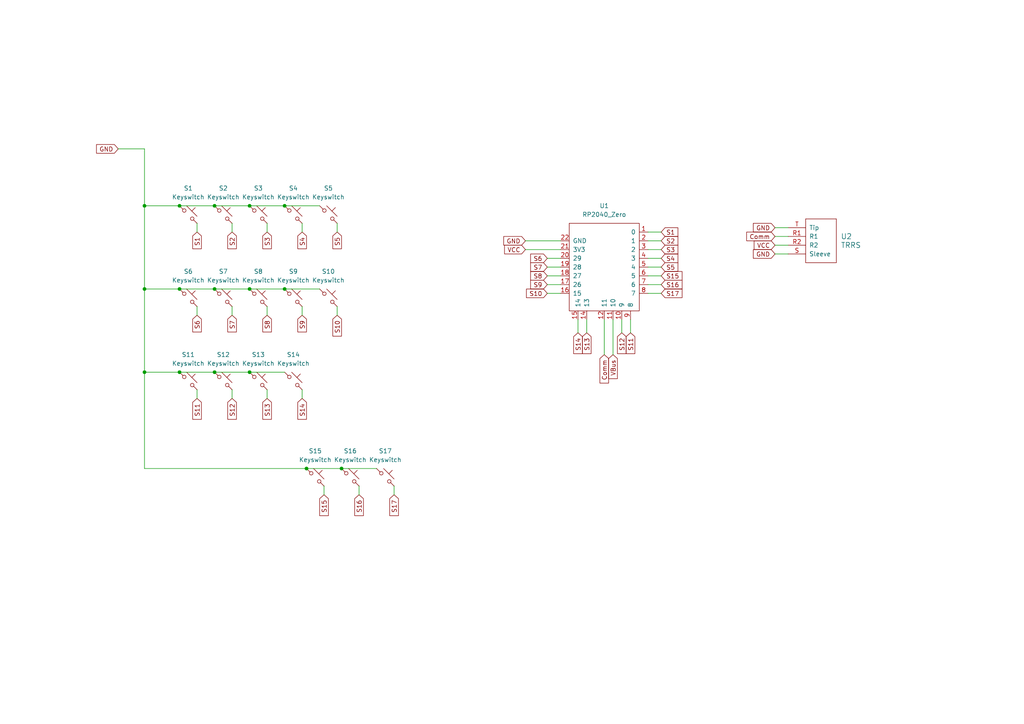
<source format=kicad_sch>
(kicad_sch (version 20231120) (generator "eeschema") (generator_version "8.0")
  (paper "A4")
  (lib_symbols
    (symbol "ScottoKeebs:MCU_RP2040_Zero" (pin_names (offset 1.016))
      (property "Reference" "U" (at 0 15.24 0))
      (property "Value" "RP2040_Zero" (at 0 12.7 0))
      (symbol "MCU_RP2040_Zero_0_1"
        (rectangle (start -10.16 11.43) (end 10.16 -13.97))
      )
      (symbol "MCU_RP2040_Zero_1_1"
        (pin bidirectional line (at 12.7 8.89 180) (length 2.54) (name "0") (number "1"))
        (pin bidirectional line (at 5.08 -16.51 90) (length 2.54) (name "9") (number "10"))
        (pin bidirectional line (at 2.54 -16.51 90) (length 2.54) (name "10") (number "11"))
        (pin bidirectional line (at 0 -16.51 90) (length 2.54) (name "11") (number "12"))
        (pin bidirectional line (at -5.08 -16.51 90) (length 2.54) (name "13") (number "14"))
        (pin bidirectional line (at -7.62 -16.51 90) (length 2.54) (name "14") (number "15"))
        (pin bidirectional line (at -12.7 -8.89 0) (length 2.54) (name "15") (number "16"))
        (pin bidirectional line (at -12.7 -6.35 0) (length 2.54) (name "26") (number "17"))
        (pin bidirectional line (at -12.7 -3.81 0) (length 2.54) (name "27") (number "18"))
        (pin bidirectional line (at -12.7 -1.27 0) (length 2.54) (name "28") (number "19"))
        (pin bidirectional line (at 12.7 6.35 180) (length 2.54) (name "1") (number "2"))
        (pin bidirectional line (at -12.7 1.27 0) (length 2.54) (name "29") (number "20"))
        (pin power_out line (at -12.7 3.81 0) (length 2.54) (name "3V3") (number "21"))
        (pin power_out line (at -12.7 6.35 0) (length 2.54) (name "GND") (number "22"))
        (pin bidirectional line (at 12.7 3.81 180) (length 2.54) (name "2") (number "3"))
        (pin bidirectional line (at 12.7 1.27 180) (length 2.54) (name "3") (number "4"))
        (pin bidirectional line (at 12.7 -1.27 180) (length 2.54) (name "4") (number "5"))
        (pin bidirectional line (at 12.7 -3.81 180) (length 2.54) (name "5") (number "6"))
        (pin bidirectional line (at 12.7 -6.35 180) (length 2.54) (name "6") (number "7"))
        (pin bidirectional line (at 12.7 -8.89 180) (length 2.54) (name "7") (number "8"))
        (pin bidirectional line (at 7.62 -16.51 90) (length 2.54) (name "8") (number "9"))
      )
    )
    (symbol "ScottoKeebs:Placeholder_Keyswitch" (pin_numbers hide) (pin_names (offset 1.016) hide)
      (property "Reference" "S" (at 3.048 1.016 0))
      (property "Value" "Keyswitch" (at 0 -3.81 0))
      (symbol "Placeholder_Keyswitch_0_1"
        (circle (center -1.1684 1.1684) (radius 0.508))
        (polyline (pts (xy -0.508 2.54) (xy 2.54 -0.508)))
        (polyline (pts (xy 1.016 1.016) (xy 2.032 2.032)))
        (polyline (pts (xy -2.54 2.54) (xy -1.524 1.524) (xy -1.524 1.524)))
        (polyline (pts (xy 1.524 -1.524) (xy 2.54 -2.54) (xy 2.54 -2.54) (xy 2.54 -2.54)))
        (circle (center 1.143 -1.1938) (radius 0.508))
        (pin passive line (at -2.54 2.54 0) (length 0) (name "1") (number "1"))
        (pin passive line (at 2.54 -2.54 180) (length 0) (name "2") (number "2"))
      )
    )
    (symbol "ScottoKeebs:Placeholder_TRRS" (pin_names (offset 1.016))
      (property "Reference" "U" (at 0 15.24 0))
      (property "Value" "TRRS" (at 0 -2.54 0))
      (symbol "Placeholder_TRRS_0_1"
        (rectangle (start -3.81 0) (end -3.81 12.7))
        (rectangle (start -3.81 0) (end 5.08 0))
        (rectangle (start -3.81 12.7) (end 5.08 12.7))
        (rectangle (start 5.08 12.7) (end 5.08 0))
      )
      (symbol "Placeholder_TRRS_1_1"
        (pin input line (at -8.89 7.62 0) (length 5.08) (name "R1") (number "R1"))
        (pin input line (at -8.89 5.08 0) (length 5.08) (name "R2") (number "R2"))
        (pin input line (at -8.89 2.54 0) (length 5.08) (name "Sleeve") (number "S"))
        (pin input line (at -8.89 10.16 0) (length 5.08) (name "Tip") (number "T"))
      )
    )
  )
  (junction (at 82.55 59.69))
  (junction (at 62.23 59.69))
  (junction (at 41.91 107.95))
  (junction (at 62.23 107.95))
  (junction (at 41.91 59.69))
  (junction (at 88.9 135.89))
  (junction (at 52.07 59.69))
  (junction (at 72.39 83.82))
  (junction (at 99.06 135.89))
  (junction (at 72.39 59.69))
  (junction (at 52.07 107.95))
  (junction (at 41.91 83.82))
  (junction (at 52.07 83.82))
  (junction (at 62.23 83.82))
  (junction (at 72.39 107.95))
  (junction (at 82.55 83.82))
  (wire (pts (xy 99.06 135.89) (xy 109.22 135.89)))
  (wire (pts (xy 87.63 91.44) (xy 87.63 88.9)))
  (wire (pts (xy 52.07 83.82) (xy 62.23 83.82)))
  (wire (pts (xy 77.47 91.44) (xy 77.47 88.9)))
  (wire (pts (xy 224.79 73.66) (xy 228.6 73.66)))
  (wire (pts (xy 191.77 77.47) (xy 187.96 77.47)))
  (wire (pts (xy 72.39 59.69) (xy 62.23 59.69)))
  (wire (pts (xy 41.91 59.69) (xy 41.91 83.82)))
  (wire (pts (xy 170.18 96.52) (xy 170.18 92.71)))
  (wire (pts (xy 152.4 72.39) (xy 162.56 72.39)))
  (wire (pts (xy 41.91 107.95) (xy 41.91 135.89)))
  (wire (pts (xy 67.31 115.57) (xy 67.31 113.03)))
  (wire (pts (xy 62.23 83.82) (xy 72.39 83.82)))
  (wire (pts (xy 87.63 67.31) (xy 87.63 64.77)))
  (wire (pts (xy 82.55 59.69) (xy 72.39 59.69)))
  (wire (pts (xy 77.47 67.31) (xy 77.47 64.77)))
  (wire (pts (xy 41.91 83.82) (xy 52.07 83.82)))
  (wire (pts (xy 177.8 102.87) (xy 177.8 92.71)))
  (wire (pts (xy 82.55 83.82) (xy 92.71 83.82)))
  (wire (pts (xy 191.77 74.93) (xy 187.96 74.93)))
  (wire (pts (xy 41.91 43.18) (xy 41.91 59.69)))
  (wire (pts (xy 72.39 107.95) (xy 82.55 107.95)))
  (wire (pts (xy 72.39 83.82) (xy 82.55 83.82)))
  (wire (pts (xy 67.31 91.44) (xy 67.31 88.9)))
  (wire (pts (xy 180.34 96.52) (xy 180.34 92.71)))
  (wire (pts (xy 62.23 59.69) (xy 52.07 59.69)))
  (wire (pts (xy 77.47 115.57) (xy 77.47 113.03)))
  (wire (pts (xy 191.77 85.09) (xy 187.96 85.09)))
  (wire (pts (xy 158.75 80.01) (xy 162.56 80.01)))
  (wire (pts (xy 191.77 67.31) (xy 187.96 67.31)))
  (wire (pts (xy 67.31 67.31) (xy 67.31 64.77)))
  (wire (pts (xy 92.71 59.69) (xy 82.55 59.69)))
  (wire (pts (xy 167.64 96.52) (xy 167.64 92.71)))
  (wire (pts (xy 224.79 66.04) (xy 228.6 66.04)))
  (wire (pts (xy 158.75 77.47) (xy 162.56 77.47)))
  (wire (pts (xy 57.15 115.57) (xy 57.15 113.03)))
  (wire (pts (xy 191.77 69.85) (xy 187.96 69.85)))
  (wire (pts (xy 93.98 143.51) (xy 93.98 140.97)))
  (wire (pts (xy 158.75 82.55) (xy 162.56 82.55)))
  (wire (pts (xy 41.91 135.89) (xy 88.9 135.89)))
  (wire (pts (xy 97.79 91.44) (xy 97.79 88.9)))
  (wire (pts (xy 152.4 69.85) (xy 162.56 69.85)))
  (wire (pts (xy 57.15 91.44) (xy 57.15 88.9)))
  (wire (pts (xy 57.15 67.31) (xy 57.15 64.77)))
  (wire (pts (xy 97.79 67.31) (xy 97.79 64.77)))
  (wire (pts (xy 104.14 143.51) (xy 104.14 140.97)))
  (wire (pts (xy 34.29 43.18) (xy 41.91 43.18)))
  (wire (pts (xy 62.23 107.95) (xy 72.39 107.95)))
  (wire (pts (xy 41.91 59.69) (xy 52.07 59.69)))
  (wire (pts (xy 224.79 68.58) (xy 228.6 68.58)))
  (wire (pts (xy 41.91 107.95) (xy 52.07 107.95)))
  (wire (pts (xy 224.79 71.12) (xy 228.6 71.12)))
  (wire (pts (xy 182.88 96.52) (xy 182.88 92.71)))
  (wire (pts (xy 41.91 83.82) (xy 41.91 107.95)))
  (wire (pts (xy 191.77 80.01) (xy 187.96 80.01)))
  (wire (pts (xy 158.75 85.09) (xy 162.56 85.09)))
  (wire (pts (xy 52.07 107.95) (xy 62.23 107.95)))
  (wire (pts (xy 175.26 102.87) (xy 175.26 92.71)))
  (wire (pts (xy 191.77 72.39) (xy 187.96 72.39)))
  (wire (pts (xy 88.9 135.89) (xy 99.06 135.89)))
  (wire (pts (xy 191.77 82.55) (xy 187.96 82.55)))
  (wire (pts (xy 158.75 74.93) (xy 162.56 74.93)))
  (wire (pts (xy 114.3 143.51) (xy 114.3 140.97)))
  (wire (pts (xy 87.63 115.57) (xy 87.63 113.03)))
  (global_label "Comm" (shape input) (at 175.26 102.87 270) (property "Intersheetrefs" "${INTERSHEET_REFS}" (effects (hide yes))))
  (global_label "GND" (shape input) (at 34.29 43.18 180) (property "Intersheetrefs" "${INTERSHEET_REFS}" (effects (hide yes))))
  (global_label "Comm" (shape input) (at 224.79 68.58 180) (property "Intersheetrefs" "${INTERSHEET_REFS}" (effects (hide yes))))
  (global_label "VCC" (shape input) (at 224.79 71.12 180) (property "Intersheetrefs" "${INTERSHEET_REFS}" (effects (hide yes))))
  (global_label "S16" (shape input) (at 104.14 143.51 270) (property "Intersheetrefs" "${INTERSHEET_REFS}" (effects (hide yes))))
  (global_label "S12" (shape input) (at 180.34 96.52 270) (property "Intersheetrefs" "${INTERSHEET_REFS}" (effects (hide yes))))
  (global_label "S17" (shape input) (at 114.3 143.51 270) (property "Intersheetrefs" "${INTERSHEET_REFS}" (effects (hide yes))))
  (global_label "S1" (shape input) (at 191.77 67.31 0) (property "Intersheetrefs" "${INTERSHEET_REFS}" (effects (hide yes))))
  (global_label "S11" (shape input) (at 182.88 96.52 270) (property "Intersheetrefs" "${INTERSHEET_REFS}" (effects (hide yes))))
  (global_label "S5" (shape input) (at 97.79 67.31 270) (property "Intersheetrefs" "${INTERSHEET_REFS}" (effects (hide yes))))
  (global_label "S2" (shape input) (at 67.31 67.31 270) (property "Intersheetrefs" "${INTERSHEET_REFS}" (effects (hide yes))))
  (global_label "VCC" (shape input) (at 152.4 72.39 180) (property "Intersheetrefs" "${INTERSHEET_REFS}" (effects (hide yes))))
  (global_label "S15" (shape input) (at 93.98 143.51 270) (property "Intersheetrefs" "${INTERSHEET_REFS}" (effects (hide yes))))
  (global_label "S13" (shape input) (at 170.18 96.52 270) (property "Intersheetrefs" "${INTERSHEET_REFS}" (effects (hide yes))))
  (global_label "GND" (shape input) (at 152.4 69.85 180) (property "Intersheetrefs" "${INTERSHEET_REFS}" (effects (hide yes))))
  (global_label "S2" (shape input) (at 191.77 69.85 0) (property "Intersheetrefs" "${INTERSHEET_REFS}" (effects (hide yes))))
  (global_label "S8" (shape input) (at 77.47 91.44 270) (property "Intersheetrefs" "${INTERSHEET_REFS}" (effects (hide yes))))
  (global_label "GND" (shape input) (at 224.79 66.04 180) (property "Intersheetrefs" "${INTERSHEET_REFS}" (effects (hide yes))))
  (global_label "S3" (shape input) (at 191.77 72.39 0) (property "Intersheetrefs" "${INTERSHEET_REFS}" (effects (hide yes))))
  (global_label "S6" (shape input) (at 158.75 74.93 180) (property "Intersheetrefs" "${INTERSHEET_REFS}" (effects (hide yes))))
  (global_label "S9" (shape input) (at 87.63 91.44 270) (property "Intersheetrefs" "${INTERSHEET_REFS}" (effects (hide yes))))
  (global_label "S8" (shape input) (at 158.75 80.01 180) (property "Intersheetrefs" "${INTERSHEET_REFS}" (effects (hide yes))))
  (global_label "GND" (shape input) (at 224.79 73.66 180) (property "Intersheetrefs" "${INTERSHEET_REFS}" (effects (hide yes))))
  (global_label "S11" (shape input) (at 57.15 115.57 270) (property "Intersheetrefs" "${INTERSHEET_REFS}" (effects (hide yes))))
  (global_label "S15" (shape input) (at 191.77 80.01 0) (property "Intersheetrefs" "${INTERSHEET_REFS}" (effects (hide yes))))
  (global_label "S12" (shape input) (at 67.31 115.57 270) (property "Intersheetrefs" "${INTERSHEET_REFS}" (effects (hide yes))))
  (global_label "S14" (shape input) (at 87.63 115.57 270) (property "Intersheetrefs" "${INTERSHEET_REFS}" (effects (hide yes))))
  (global_label "S10" (shape input) (at 97.79 91.44 270) (property "Intersheetrefs" "${INTERSHEET_REFS}" (effects (hide yes))))
  (global_label "S9" (shape input) (at 158.75 82.55 180) (property "Intersheetrefs" "${INTERSHEET_REFS}" (effects (hide yes))))
  (global_label "S6" (shape input) (at 57.15 91.44 270) (property "Intersheetrefs" "${INTERSHEET_REFS}" (effects (hide yes))))
  (global_label "S3" (shape input) (at 77.47 67.31 270) (property "Intersheetrefs" "${INTERSHEET_REFS}" (effects (hide yes))))
  (global_label "S5" (shape input) (at 191.77 77.47 0) (property "Intersheetrefs" "${INTERSHEET_REFS}" (effects (hide yes))))
  (global_label "VBus" (shape input) (at 177.8 102.87 270) (property "Intersheetrefs" "${INTERSHEET_REFS}" (effects (hide yes))))
  (global_label "S7" (shape input) (at 67.31 91.44 270) (property "Intersheetrefs" "${INTERSHEET_REFS}" (effects (hide yes))))
  (global_label "S4" (shape input) (at 87.63 67.31 270) (property "Intersheetrefs" "${INTERSHEET_REFS}" (effects (hide yes))))
  (global_label "S14" (shape input) (at 167.64 96.52 270) (property "Intersheetrefs" "${INTERSHEET_REFS}" (effects (hide yes))))
  (global_label "S16" (shape input) (at 191.77 82.55 0) (property "Intersheetrefs" "${INTERSHEET_REFS}" (effects (hide yes))))
  (global_label "S4" (shape input) (at 191.77 74.93 0) (property "Intersheetrefs" "${INTERSHEET_REFS}" (effects (hide yes))))
  (global_label "S13" (shape input) (at 77.47 115.57 270) (property "Intersheetrefs" "${INTERSHEET_REFS}" (effects (hide yes))))
  (global_label "S1" (shape input) (at 57.15 67.31 270) (property "Intersheetrefs" "${INTERSHEET_REFS}" (effects (hide yes))))
  (global_label "S7" (shape input) (at 158.75 77.47 180) (property "Intersheetrefs" "${INTERSHEET_REFS}" (effects (hide yes))))
  (global_label "S17" (shape input) (at 191.77 85.09 0) (property "Intersheetrefs" "${INTERSHEET_REFS}" (effects (hide yes))))
  (global_label "S10" (shape input) (at 158.75 85.09 180) (property "Intersheetrefs" "${INTERSHEET_REFS}" (effects (hide yes))))
  (symbol (lib_id "ScottoKeebs:Placeholder_Keyswitch") (at 64.77 62.23 0) (unit 1)
    (property "Reference" "S2" (at 64.77 54.61 0))
    (property "Value" "Keyswitch" (at 64.77 57.15 0))
    (property "Footprint" "chew_is_so:Choc_V1_chew_reversible_1" (effects (hide yes)))
    (property "Description" "Push button switch, normally open, two pins, 45° tilted" (effects (hide yes)))
  )
  (symbol (lib_id "ScottoKeebs:Placeholder_Keyswitch") (at 85.09 86.36 0) (unit 1)
    (property "Reference" "S9" (at 85.09 78.74 0))
    (property "Value" "Keyswitch" (at 85.09 81.28 0))
    (property "Footprint" "chew_is_so:Choc_V1_chew_reversible_1" (effects (hide yes)))
    (property "Description" "Push button switch, normally open, two pins, 45° tilted" (effects (hide yes)))
  )
  (symbol (lib_id "ScottoKeebs:Placeholder_Keyswitch") (at 64.77 110.49 0) (unit 1)
    (property "Reference" "S12" (at 64.77 102.87 0))
    (property "Value" "Keyswitch" (at 64.77 105.41 0))
    (property "Footprint" "chew_is_so:Choc_V1_chew_reversible_1" (effects (hide yes)))
    (property "Description" "Push button switch, normally open, two pins, 45° tilted" (effects (hide yes)))
  )
  (symbol (lib_id "ScottoKeebs:Placeholder_Keyswitch") (at 85.09 62.23 0) (unit 1)
    (property "Reference" "S4" (at 85.09 54.61 0))
    (property "Value" "Keyswitch" (at 85.09 57.15 0))
    (property "Footprint" "chew_is_so:Choc_V1_chew_reversible_1" (effects (hide yes)))
    (property "Description" "Push button switch, normally open, two pins, 45° tilted" (effects (hide yes)))
  )
  (symbol (lib_id "ScottoKeebs:Placeholder_Keyswitch") (at 111.76 138.43 0) (unit 1)
    (property "Reference" "S17" (at 111.76 130.81 0))
    (property "Value" "Keyswitch" (at 111.76 133.35 0))
    (property "Footprint" "chew_is_so:Choc_V1_chew_reversible_1" (effects (hide yes)))
    (property "Description" "Push button switch, normally open, two pins, 45° tilted" (effects (hide yes)))
  )
  (symbol (lib_id "ScottoKeebs:Placeholder_Keyswitch") (at 85.09 110.49 0) (unit 1)
    (property "Reference" "S14" (at 85.09 102.87 0))
    (property "Value" "Keyswitch" (at 85.09 105.41 0))
    (property "Footprint" "chew_is_so:Choc_V1_chew_reversible_1" (effects (hide yes)))
    (property "Description" "Push button switch, normally open, two pins, 45° tilted" (effects (hide yes)))
  )
  (symbol (lib_id "ScottoKeebs:Placeholder_Keyswitch") (at 54.61 86.36 0) (unit 1)
    (property "Reference" "S6" (at 54.61 78.74 0))
    (property "Value" "Keyswitch" (at 54.61 81.28 0))
    (property "Footprint" "chew_is_so:Choc_V1_chew_reversible_1" (effects (hide yes)))
    (property "Description" "Push button switch, normally open, two pins, 45° tilted" (effects (hide yes)))
  )
  (symbol (lib_id "ScottoKeebs:Placeholder_Keyswitch") (at 64.77 86.36 0) (unit 1)
    (property "Reference" "S7" (at 64.77 78.74 0))
    (property "Value" "Keyswitch" (at 64.77 81.28 0))
    (property "Footprint" "chew_is_so:Choc_V1_chew_reversible_1" (effects (hide yes)))
    (property "Description" "Push button switch, normally open, two pins, 45° tilted" (effects (hide yes)))
  )
  (symbol (lib_id "ScottoKeebs:Placeholder_Keyswitch") (at 54.61 110.49 0) (unit 1)
    (property "Reference" "S11" (at 54.61 102.87 0))
    (property "Value" "Keyswitch" (at 54.61 105.41 0))
    (property "Footprint" "chew_is_so:Choc_V1_chew_reversible_1" (effects (hide yes)))
    (property "Description" "Push button switch, normally open, two pins, 45° tilted" (effects (hide yes)))
  )
  (symbol (lib_id "ScottoKeebs:Placeholder_Keyswitch") (at 74.93 110.49 0) (unit 1)
    (property "Reference" "S13" (at 74.93 102.87 0))
    (property "Value" "Keyswitch" (at 74.93 105.41 0))
    (property "Footprint" "chew_is_so:Choc_V1_chew_reversible_1" (effects (hide yes)))
    (property "Description" "Push button switch, normally open, two pins, 45° tilted" (effects (hide yes)))
  )
  (symbol (lib_id "ScottoKeebs:Placeholder_Keyswitch") (at 54.61 62.23 0) (unit 1)
    (property "Reference" "S1" (at 54.61 54.61 0))
    (property "Value" "Keyswitch" (at 54.61 57.15 0))
    (property "Footprint" "chew_is_so:Choc_V1_chew_reversible_1" (effects (hide yes)))
    (property "Description" "Push button switch, normally open, two pins, 45° tilted" (effects (hide yes)))
  )
  (symbol (lib_id "ScottoKeebs:Placeholder_Keyswitch") (at 101.6 138.43 0) (unit 1)
    (property "Reference" "S16" (at 101.6 130.81 0))
    (property "Value" "Keyswitch" (at 101.6 133.35 0))
    (property "Footprint" "chew_is_so:Choc_V1_chew_reversible_1" (effects (hide yes)))
    (property "Description" "Push button switch, normally open, two pins, 45° tilted" (effects (hide yes)))
  )
  (symbol (lib_id "ScottoKeebs:Placeholder_TRRS") (at 237.49 76.2 0) (unit 1)
    (property "Reference" "U2" (at 243.84 68.5799 0) (effects (font (size 1.524 1.524)) (justify left)))
    (property "Value" "TRRS" (at 243.84 71.1199 0) (effects (font (size 1.524 1.524)) (justify left)))
    (property "Footprint" "chew_is_so:TRRS_chew_reversible" (effects (hide yes)))
  )
  (symbol (lib_id "ScottoKeebs:Placeholder_Keyswitch") (at 74.93 86.36 0) (unit 1)
    (property "Reference" "S8" (at 74.93 78.74 0))
    (property "Value" "Keyswitch" (at 74.93 81.28 0))
    (property "Footprint" "chew_is_so:Choc_V1_chew_reversible_1" (effects (hide yes)))
    (property "Description" "Push button switch, normally open, two pins, 45° tilted" (effects (hide yes)))
  )
  (symbol (lib_id "ScottoKeebs:Placeholder_Keyswitch") (at 91.44 138.43 0) (unit 1)
    (property "Reference" "S15" (at 91.44 130.81 0))
    (property "Value" "Keyswitch" (at 91.44 133.35 0))
    (property "Footprint" "chew_is_so:Choc_V1_chew_reversible_1" (effects (hide yes)))
    (property "Description" "Push button switch, normally open, two pins, 45° tilted" (effects (hide yes)))
  )
  (symbol (lib_id "ScottoKeebs:MCU_RP2040_Zero") (at 175.26 76.2 0) (unit 1)
    (property "Reference" "U1" (at 175.26 59.69 0))
    (property "Value" "RP2040_Zero" (at 175.26 62.23 0))
    (property "Footprint" "chew_is_so:RP2040_Zero_chew_reversible" (effects (hide yes)))
  )
  (symbol (lib_id "ScottoKeebs:Placeholder_Keyswitch") (at 95.25 86.36 0) (unit 1)
    (property "Reference" "S10" (at 95.25 78.74 0))
    (property "Value" "Keyswitch" (at 95.25 81.28 0))
    (property "Footprint" "chew_is_so:Choc_V1_chew_reversible_1" (effects (hide yes)))
    (property "Description" "Push button switch, normally open, two pins, 45° tilted" (effects (hide yes)))
  )
  (symbol (lib_id "ScottoKeebs:Placeholder_Keyswitch") (at 95.25 62.23 0) (unit 1)
    (property "Reference" "S5" (at 95.25 54.61 0))
    (property "Value" "Keyswitch" (at 95.25 57.15 0))
    (property "Footprint" "chew_is_so:Choc_V1_chew_reversible_1" (effects (hide yes)))
    (property "Description" "Push button switch, normally open, two pins, 45° tilted" (effects (hide yes)))
  )
  (symbol (lib_id "ScottoKeebs:Placeholder_Keyswitch") (at 74.93 62.23 0) (unit 1)
    (property "Reference" "S3" (at 74.93 54.61 0))
    (property "Value" "Keyswitch" (at 74.93 57.15 0))
    (property "Footprint" "chew_is_so:Choc_V1_chew_reversible_1" (effects (hide yes)))
    (property "Description" "Push button switch, normally open, two pins, 45° tilted" (effects (hide yes)))
  )
)
</source>
